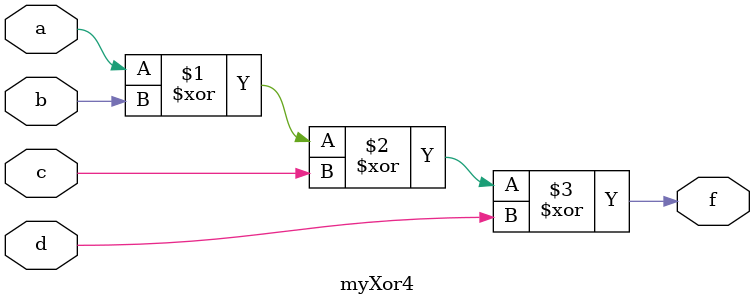
<source format=v>

`timescale 1ns/1ns

module comparison(f, a, b, c, d);
    input a, b, c, d;
    output f;
    wire a, b, c, d, x, y, f;

    xor_via_lut U_lut(x, a, b, c, d);
    myXor4      V_xor(y, a, b, c, d);

    assign f = x ^ y; // compare the results
endmodule

module xor_via_lut(f, a, b, c, d);
    input a, b, c, d;
    output f;

    // Problem 2.6.1, part 2: implement a 4-input XOR gate using a LUT4.
    //
    // Please see my paper notes for how the 0x6996 was derived:
    LUT4 #(16'h6996) U(f, a, b, c, d);
endmodule

module special_function_via_lut(f, a, b, c, d);
    input a, b, c, d;
    output f;

    // Problem 2.6.1, part 3: Implement the function below using a LUT4:
    //
    // f = a.b.c.d + a'.b'.c'.d' + a. d' + a'.b.c' +
    //     b'.d + a'.b.c' + a.b.c'.d + b.c.d + a'.c.d'

    // Please see my paper notes for how the 0xffff was derived:
    LUT4 #(16'hffff) U(f, a, b, c, d);
endmodule

module myXor4(f, a, b, c, d);
    input a, b, c, d;
    output f;

    assign f = a ^ b ^ c ^ d;
endmodule


</source>
